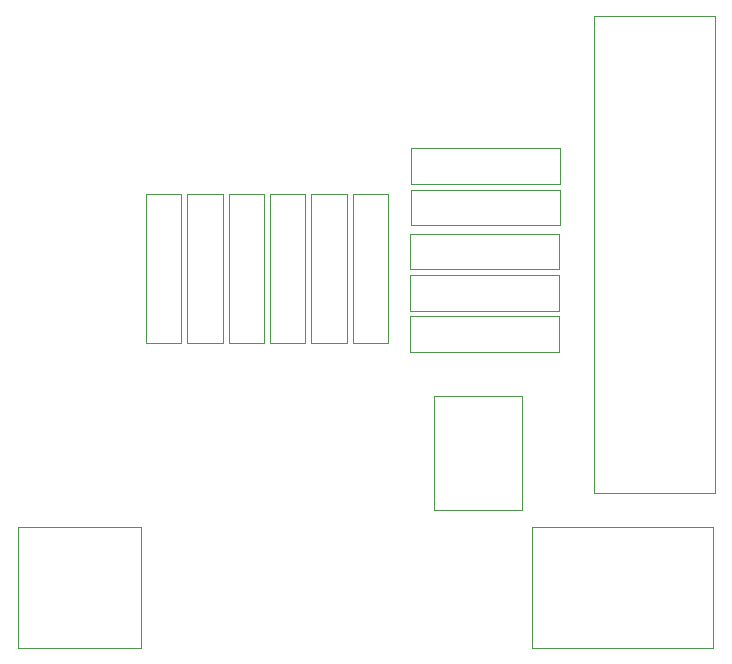
<source format=gbr>
G04 #@! TF.FileFunction,Other,User*
%FSLAX46Y46*%
G04 Gerber Fmt 4.6, Leading zero omitted, Abs format (unit mm)*
G04 Created by KiCad (PCBNEW 4.0.1-stable) date 26/09/2016 04:38:14 p. m.*
%MOMM*%
G01*
G04 APERTURE LIST*
%ADD10C,0.100000*%
%ADD11C,0.050000*%
G04 APERTURE END LIST*
D10*
D11*
X165300000Y-111800000D02*
X165300000Y-101600000D01*
X180700000Y-111800000D02*
X165300000Y-111800000D01*
X180700000Y-101600000D02*
X180700000Y-111800000D01*
X165300000Y-101600000D02*
X180700000Y-101600000D01*
X121800000Y-101600000D02*
X132200000Y-101600000D01*
X121800000Y-111800000D02*
X121800000Y-101600000D01*
X132200000Y-111800000D02*
X121800000Y-111800000D01*
X132200000Y-101600000D02*
X132200000Y-111800000D01*
X180800000Y-98700000D02*
X170600000Y-98700000D01*
X180800000Y-58300000D02*
X180800000Y-98700000D01*
X170600000Y-58300000D02*
X180800000Y-58300000D01*
X170600000Y-98700000D02*
X170600000Y-58300000D01*
X150147000Y-85980500D02*
X150147000Y-73330500D01*
X153147000Y-85980500D02*
X150147000Y-85980500D01*
X150147000Y-73330500D02*
X153147000Y-73330500D01*
X153147000Y-85980500D02*
X153147000Y-73330500D01*
X146647000Y-85980500D02*
X146647000Y-73330500D01*
X149647000Y-85980500D02*
X146647000Y-85980500D01*
X146647000Y-73330500D02*
X149647000Y-73330500D01*
X149647000Y-85980500D02*
X149647000Y-73330500D01*
X143147000Y-85980500D02*
X143147000Y-73330500D01*
X146147000Y-85980500D02*
X143147000Y-85980500D01*
X143147000Y-73330500D02*
X146147000Y-73330500D01*
X146147000Y-85980500D02*
X146147000Y-73330500D01*
X139647000Y-85980500D02*
X139647000Y-73330500D01*
X142647000Y-85980500D02*
X139647000Y-85980500D01*
X139647000Y-73330500D02*
X142647000Y-73330500D01*
X142647000Y-85980500D02*
X142647000Y-73330500D01*
X136147000Y-85980500D02*
X136147000Y-73330500D01*
X139147000Y-85980500D02*
X136147000Y-85980500D01*
X136147000Y-73330500D02*
X139147000Y-73330500D01*
X139147000Y-85980500D02*
X139147000Y-73330500D01*
X132647000Y-85980500D02*
X132647000Y-73330500D01*
X135647000Y-85980500D02*
X132647000Y-85980500D01*
X132647000Y-73330500D02*
X135647000Y-73330500D01*
X135647000Y-85980500D02*
X135647000Y-73330500D01*
X167750000Y-72500000D02*
X155100000Y-72500000D01*
X167750000Y-69500000D02*
X167750000Y-72500000D01*
X155100000Y-72500000D02*
X155100000Y-69500000D01*
X167750000Y-69500000D02*
X155100000Y-69500000D01*
X167750000Y-76000000D02*
X155100000Y-76000000D01*
X167750000Y-73000000D02*
X167750000Y-76000000D01*
X155100000Y-76000000D02*
X155100000Y-73000000D01*
X167750000Y-73000000D02*
X155100000Y-73000000D01*
X167626000Y-79737600D02*
X154976000Y-79737600D01*
X167626000Y-76737600D02*
X167626000Y-79737600D01*
X154976000Y-79737600D02*
X154976000Y-76737600D01*
X167626000Y-76737600D02*
X154976000Y-76737600D01*
X167626000Y-83237600D02*
X154976000Y-83237600D01*
X167626000Y-80237600D02*
X167626000Y-83237600D01*
X154976000Y-83237600D02*
X154976000Y-80237600D01*
X167626000Y-80237600D02*
X154976000Y-80237600D01*
X167626000Y-86738000D02*
X154976000Y-86738000D01*
X167626000Y-83738000D02*
X167626000Y-86738000D01*
X154976000Y-86738000D02*
X154976000Y-83738000D01*
X167626000Y-83738000D02*
X154976000Y-83738000D01*
X164490000Y-90450000D02*
X157040000Y-90450000D01*
X164490000Y-100150000D02*
X157040000Y-100150000D01*
X164490000Y-90450000D02*
X164490000Y-100150000D01*
X157040000Y-90450000D02*
X157040000Y-100150000D01*
M02*

</source>
